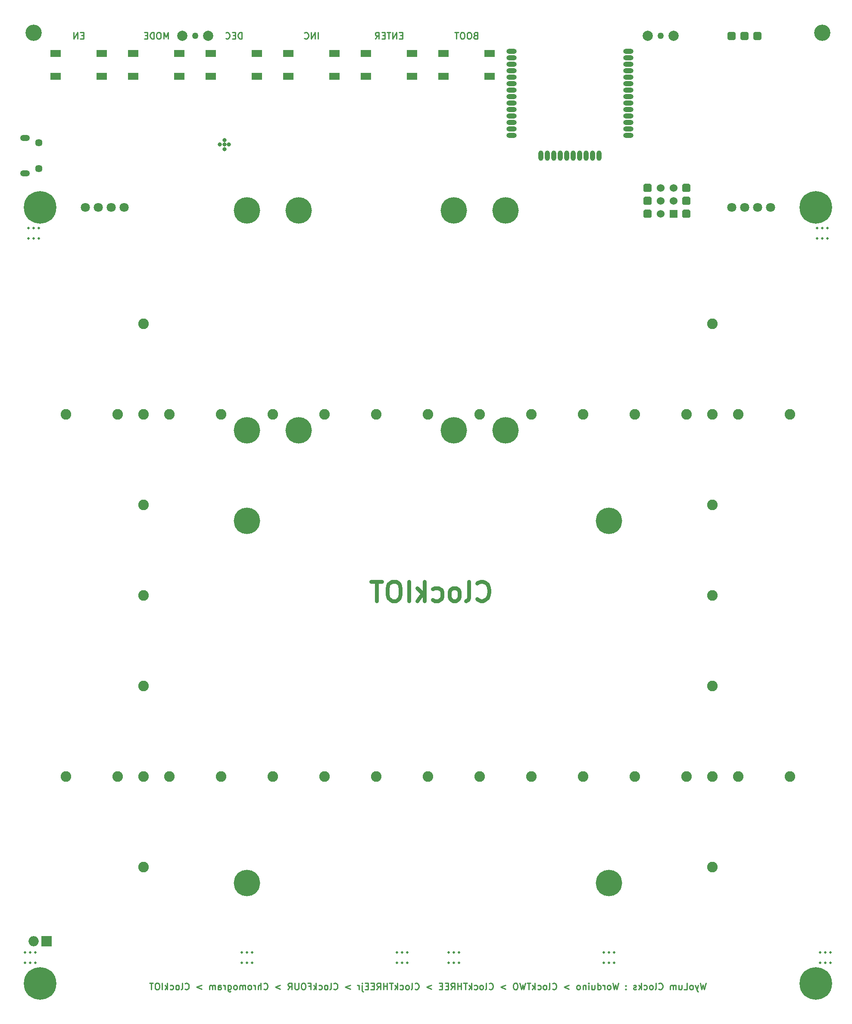
<source format=gbs>
G04 #@! TF.GenerationSoftware,KiCad,Pcbnew,5.0.0-rc2-unknown-0e3be57~65~ubuntu18.04.1*
G04 #@! TF.CreationDate,2018-06-11T16:57:48+05:30*
G04 #@! TF.ProjectId,ClockIOT,436C6F636B494F542E6B696361645F70,rev 1*
G04 #@! TF.SameCoordinates,PX2fd7508PY2fd7508*
G04 #@! TF.FileFunction,Soldermask,Bot*
G04 #@! TF.FilePolarity,Negative*
%FSLAX46Y46*%
G04 Gerber Fmt 4.6, Leading zero omitted, Abs format (unit mm)*
G04 Created by KiCad (PCBNEW 5.0.0-rc2-unknown-0e3be57~65~ubuntu18.04.1) date Mon Jun 11 16:57:48 2018*
%MOMM*%
%LPD*%
G01*
G04 APERTURE LIST*
%ADD10C,0.254000*%
%ADD11C,0.762000*%
%ADD12O,1.900000X1.200000*%
%ADD13C,1.450000*%
%ADD14C,5.200000*%
%ADD15C,6.400000*%
%ADD16C,0.800000*%
%ADD17O,2.000000X1.000000*%
%ADD18O,1.000000X2.000000*%
%ADD19C,2.082800*%
%ADD20O,2.000000X2.000000*%
%ADD21R,2.000000X2.000000*%
%ADD22C,0.508000*%
%ADD23C,1.800000*%
%ADD24C,1.524000*%
%ADD25R,1.524000X1.524000*%
%ADD26C,0.127000*%
%ADD27C,1.600000*%
%ADD28C,1.270000*%
%ADD29C,2.000000*%
%ADD30R,2.100000X1.400000*%
%ADD31C,3.200000*%
G04 APERTURE END LIST*
D10*
X135889999Y-189804523D02*
X135587619Y-191074523D01*
X135345714Y-190167380D01*
X135103809Y-191074523D01*
X134801428Y-189804523D01*
X134438571Y-190227857D02*
X134136190Y-191074523D01*
X133833809Y-190227857D02*
X134136190Y-191074523D01*
X134257142Y-191376904D01*
X134317619Y-191437380D01*
X134438571Y-191497857D01*
X133168571Y-191074523D02*
X133289523Y-191014047D01*
X133349999Y-190953571D01*
X133410476Y-190832619D01*
X133410476Y-190469761D01*
X133349999Y-190348809D01*
X133289523Y-190288333D01*
X133168571Y-190227857D01*
X132987142Y-190227857D01*
X132866190Y-190288333D01*
X132805714Y-190348809D01*
X132745238Y-190469761D01*
X132745238Y-190832619D01*
X132805714Y-190953571D01*
X132866190Y-191014047D01*
X132987142Y-191074523D01*
X133168571Y-191074523D01*
X131596190Y-191074523D02*
X132200952Y-191074523D01*
X132200952Y-189804523D01*
X130628571Y-190227857D02*
X130628571Y-191074523D01*
X131172857Y-190227857D02*
X131172857Y-190893095D01*
X131112380Y-191014047D01*
X130991428Y-191074523D01*
X130809999Y-191074523D01*
X130689047Y-191014047D01*
X130628571Y-190953571D01*
X130023809Y-191074523D02*
X130023809Y-190227857D01*
X130023809Y-190348809D02*
X129963333Y-190288333D01*
X129842380Y-190227857D01*
X129660952Y-190227857D01*
X129539999Y-190288333D01*
X129479523Y-190409285D01*
X129479523Y-191074523D01*
X129479523Y-190409285D02*
X129419047Y-190288333D01*
X129298095Y-190227857D01*
X129116666Y-190227857D01*
X128995714Y-190288333D01*
X128935238Y-190409285D01*
X128935238Y-191074523D01*
X126637142Y-190953571D02*
X126697619Y-191014047D01*
X126879047Y-191074523D01*
X127000000Y-191074523D01*
X127181428Y-191014047D01*
X127302380Y-190893095D01*
X127362857Y-190772142D01*
X127423333Y-190530238D01*
X127423333Y-190348809D01*
X127362857Y-190106904D01*
X127302380Y-189985952D01*
X127181428Y-189865000D01*
X127000000Y-189804523D01*
X126879047Y-189804523D01*
X126697619Y-189865000D01*
X126637142Y-189925476D01*
X125911428Y-191074523D02*
X126032380Y-191014047D01*
X126092857Y-190893095D01*
X126092857Y-189804523D01*
X125246190Y-191074523D02*
X125367142Y-191014047D01*
X125427619Y-190953571D01*
X125488095Y-190832619D01*
X125488095Y-190469761D01*
X125427619Y-190348809D01*
X125367142Y-190288333D01*
X125246190Y-190227857D01*
X125064761Y-190227857D01*
X124943809Y-190288333D01*
X124883333Y-190348809D01*
X124822857Y-190469761D01*
X124822857Y-190832619D01*
X124883333Y-190953571D01*
X124943809Y-191014047D01*
X125064761Y-191074523D01*
X125246190Y-191074523D01*
X123734285Y-191014047D02*
X123855238Y-191074523D01*
X124097142Y-191074523D01*
X124218095Y-191014047D01*
X124278571Y-190953571D01*
X124339047Y-190832619D01*
X124339047Y-190469761D01*
X124278571Y-190348809D01*
X124218095Y-190288333D01*
X124097142Y-190227857D01*
X123855238Y-190227857D01*
X123734285Y-190288333D01*
X123190000Y-191074523D02*
X123190000Y-189804523D01*
X123069047Y-190590714D02*
X122706190Y-191074523D01*
X122706190Y-190227857D02*
X123190000Y-190711666D01*
X122222380Y-191014047D02*
X122101428Y-191074523D01*
X121859523Y-191074523D01*
X121738571Y-191014047D01*
X121678095Y-190893095D01*
X121678095Y-190832619D01*
X121738571Y-190711666D01*
X121859523Y-190651190D01*
X122040952Y-190651190D01*
X122161904Y-190590714D01*
X122222380Y-190469761D01*
X122222380Y-190409285D01*
X122161904Y-190288333D01*
X122040952Y-190227857D01*
X121859523Y-190227857D01*
X121738571Y-190288333D01*
X120166190Y-190953571D02*
X120105714Y-191014047D01*
X120166190Y-191074523D01*
X120226666Y-191014047D01*
X120166190Y-190953571D01*
X120166190Y-191074523D01*
X120166190Y-190288333D02*
X120105714Y-190348809D01*
X120166190Y-190409285D01*
X120226666Y-190348809D01*
X120166190Y-190288333D01*
X120166190Y-190409285D01*
X118714761Y-189804523D02*
X118412380Y-191074523D01*
X118170476Y-190167380D01*
X117928571Y-191074523D01*
X117626190Y-189804523D01*
X116960952Y-191074523D02*
X117081904Y-191014047D01*
X117142380Y-190953571D01*
X117202857Y-190832619D01*
X117202857Y-190469761D01*
X117142380Y-190348809D01*
X117081904Y-190288333D01*
X116960952Y-190227857D01*
X116779523Y-190227857D01*
X116658571Y-190288333D01*
X116598095Y-190348809D01*
X116537619Y-190469761D01*
X116537619Y-190832619D01*
X116598095Y-190953571D01*
X116658571Y-191014047D01*
X116779523Y-191074523D01*
X116960952Y-191074523D01*
X115993333Y-191074523D02*
X115993333Y-190227857D01*
X115993333Y-190469761D02*
X115932857Y-190348809D01*
X115872380Y-190288333D01*
X115751428Y-190227857D01*
X115630476Y-190227857D01*
X114662857Y-191074523D02*
X114662857Y-189804523D01*
X114662857Y-191014047D02*
X114783809Y-191074523D01*
X115025714Y-191074523D01*
X115146666Y-191014047D01*
X115207142Y-190953571D01*
X115267619Y-190832619D01*
X115267619Y-190469761D01*
X115207142Y-190348809D01*
X115146666Y-190288333D01*
X115025714Y-190227857D01*
X114783809Y-190227857D01*
X114662857Y-190288333D01*
X113513809Y-190227857D02*
X113513809Y-191074523D01*
X114058095Y-190227857D02*
X114058095Y-190893095D01*
X113997619Y-191014047D01*
X113876666Y-191074523D01*
X113695238Y-191074523D01*
X113574285Y-191014047D01*
X113513809Y-190953571D01*
X112909047Y-191074523D02*
X112909047Y-190227857D01*
X112909047Y-189804523D02*
X112969523Y-189865000D01*
X112909047Y-189925476D01*
X112848571Y-189865000D01*
X112909047Y-189804523D01*
X112909047Y-189925476D01*
X112304285Y-190227857D02*
X112304285Y-191074523D01*
X112304285Y-190348809D02*
X112243809Y-190288333D01*
X112122857Y-190227857D01*
X111941428Y-190227857D01*
X111820476Y-190288333D01*
X111760000Y-190409285D01*
X111760000Y-191074523D01*
X110973809Y-191074523D02*
X111094761Y-191014047D01*
X111155238Y-190953571D01*
X111215714Y-190832619D01*
X111215714Y-190469761D01*
X111155238Y-190348809D01*
X111094761Y-190288333D01*
X110973809Y-190227857D01*
X110792380Y-190227857D01*
X110671428Y-190288333D01*
X110610952Y-190348809D01*
X110550476Y-190469761D01*
X110550476Y-190832619D01*
X110610952Y-190953571D01*
X110671428Y-191014047D01*
X110792380Y-191074523D01*
X110973809Y-191074523D01*
X109038571Y-190227857D02*
X108070952Y-190590714D01*
X109038571Y-190953571D01*
X105772857Y-190953571D02*
X105833333Y-191014047D01*
X106014761Y-191074523D01*
X106135714Y-191074523D01*
X106317142Y-191014047D01*
X106438095Y-190893095D01*
X106498571Y-190772142D01*
X106559047Y-190530238D01*
X106559047Y-190348809D01*
X106498571Y-190106904D01*
X106438095Y-189985952D01*
X106317142Y-189865000D01*
X106135714Y-189804523D01*
X106014761Y-189804523D01*
X105833333Y-189865000D01*
X105772857Y-189925476D01*
X105047142Y-191074523D02*
X105168095Y-191014047D01*
X105228571Y-190893095D01*
X105228571Y-189804523D01*
X104381904Y-191074523D02*
X104502857Y-191014047D01*
X104563333Y-190953571D01*
X104623809Y-190832619D01*
X104623809Y-190469761D01*
X104563333Y-190348809D01*
X104502857Y-190288333D01*
X104381904Y-190227857D01*
X104200476Y-190227857D01*
X104079523Y-190288333D01*
X104019047Y-190348809D01*
X103958571Y-190469761D01*
X103958571Y-190832619D01*
X104019047Y-190953571D01*
X104079523Y-191014047D01*
X104200476Y-191074523D01*
X104381904Y-191074523D01*
X102870000Y-191014047D02*
X102990952Y-191074523D01*
X103232857Y-191074523D01*
X103353809Y-191014047D01*
X103414285Y-190953571D01*
X103474761Y-190832619D01*
X103474761Y-190469761D01*
X103414285Y-190348809D01*
X103353809Y-190288333D01*
X103232857Y-190227857D01*
X102990952Y-190227857D01*
X102870000Y-190288333D01*
X102325714Y-191074523D02*
X102325714Y-189804523D01*
X102204761Y-190590714D02*
X101841904Y-191074523D01*
X101841904Y-190227857D02*
X102325714Y-190711666D01*
X101479047Y-189804523D02*
X100753333Y-189804523D01*
X101116190Y-191074523D02*
X101116190Y-189804523D01*
X100450952Y-189804523D02*
X100148571Y-191074523D01*
X99906666Y-190167380D01*
X99664761Y-191074523D01*
X99362380Y-189804523D01*
X98636666Y-189804523D02*
X98394761Y-189804523D01*
X98273809Y-189865000D01*
X98152857Y-189985952D01*
X98092380Y-190227857D01*
X98092380Y-190651190D01*
X98152857Y-190893095D01*
X98273809Y-191014047D01*
X98394761Y-191074523D01*
X98636666Y-191074523D01*
X98757619Y-191014047D01*
X98878571Y-190893095D01*
X98939047Y-190651190D01*
X98939047Y-190227857D01*
X98878571Y-189985952D01*
X98757619Y-189865000D01*
X98636666Y-189804523D01*
X96580476Y-190227857D02*
X95612857Y-190590714D01*
X96580476Y-190953571D01*
X93314761Y-190953571D02*
X93375238Y-191014047D01*
X93556666Y-191074523D01*
X93677619Y-191074523D01*
X93859047Y-191014047D01*
X93980000Y-190893095D01*
X94040476Y-190772142D01*
X94100952Y-190530238D01*
X94100952Y-190348809D01*
X94040476Y-190106904D01*
X93980000Y-189985952D01*
X93859047Y-189865000D01*
X93677619Y-189804523D01*
X93556666Y-189804523D01*
X93375238Y-189865000D01*
X93314761Y-189925476D01*
X92589047Y-191074523D02*
X92710000Y-191014047D01*
X92770476Y-190893095D01*
X92770476Y-189804523D01*
X91923809Y-191074523D02*
X92044761Y-191014047D01*
X92105238Y-190953571D01*
X92165714Y-190832619D01*
X92165714Y-190469761D01*
X92105238Y-190348809D01*
X92044761Y-190288333D01*
X91923809Y-190227857D01*
X91742380Y-190227857D01*
X91621428Y-190288333D01*
X91560952Y-190348809D01*
X91500476Y-190469761D01*
X91500476Y-190832619D01*
X91560952Y-190953571D01*
X91621428Y-191014047D01*
X91742380Y-191074523D01*
X91923809Y-191074523D01*
X90411904Y-191014047D02*
X90532857Y-191074523D01*
X90774761Y-191074523D01*
X90895714Y-191014047D01*
X90956190Y-190953571D01*
X91016666Y-190832619D01*
X91016666Y-190469761D01*
X90956190Y-190348809D01*
X90895714Y-190288333D01*
X90774761Y-190227857D01*
X90532857Y-190227857D01*
X90411904Y-190288333D01*
X89867619Y-191074523D02*
X89867619Y-189804523D01*
X89746666Y-190590714D02*
X89383809Y-191074523D01*
X89383809Y-190227857D02*
X89867619Y-190711666D01*
X89020952Y-189804523D02*
X88295238Y-189804523D01*
X88658095Y-191074523D02*
X88658095Y-189804523D01*
X87871904Y-191074523D02*
X87871904Y-189804523D01*
X87871904Y-190409285D02*
X87146190Y-190409285D01*
X87146190Y-191074523D02*
X87146190Y-189804523D01*
X85815714Y-191074523D02*
X86239047Y-190469761D01*
X86541428Y-191074523D02*
X86541428Y-189804523D01*
X86057619Y-189804523D01*
X85936666Y-189865000D01*
X85876190Y-189925476D01*
X85815714Y-190046428D01*
X85815714Y-190227857D01*
X85876190Y-190348809D01*
X85936666Y-190409285D01*
X86057619Y-190469761D01*
X86541428Y-190469761D01*
X85271428Y-190409285D02*
X84848095Y-190409285D01*
X84666666Y-191074523D02*
X85271428Y-191074523D01*
X85271428Y-189804523D01*
X84666666Y-189804523D01*
X84122380Y-190409285D02*
X83699047Y-190409285D01*
X83517619Y-191074523D02*
X84122380Y-191074523D01*
X84122380Y-189804523D01*
X83517619Y-189804523D01*
X82005714Y-190227857D02*
X81038095Y-190590714D01*
X82005714Y-190953571D01*
X78740000Y-190953571D02*
X78800476Y-191014047D01*
X78981904Y-191074523D01*
X79102857Y-191074523D01*
X79284285Y-191014047D01*
X79405238Y-190893095D01*
X79465714Y-190772142D01*
X79526190Y-190530238D01*
X79526190Y-190348809D01*
X79465714Y-190106904D01*
X79405238Y-189985952D01*
X79284285Y-189865000D01*
X79102857Y-189804523D01*
X78981904Y-189804523D01*
X78800476Y-189865000D01*
X78740000Y-189925476D01*
X78014285Y-191074523D02*
X78135238Y-191014047D01*
X78195714Y-190893095D01*
X78195714Y-189804523D01*
X77349047Y-191074523D02*
X77470000Y-191014047D01*
X77530476Y-190953571D01*
X77590952Y-190832619D01*
X77590952Y-190469761D01*
X77530476Y-190348809D01*
X77470000Y-190288333D01*
X77349047Y-190227857D01*
X77167619Y-190227857D01*
X77046666Y-190288333D01*
X76986190Y-190348809D01*
X76925714Y-190469761D01*
X76925714Y-190832619D01*
X76986190Y-190953571D01*
X77046666Y-191014047D01*
X77167619Y-191074523D01*
X77349047Y-191074523D01*
X75837142Y-191014047D02*
X75958095Y-191074523D01*
X76200000Y-191074523D01*
X76320952Y-191014047D01*
X76381428Y-190953571D01*
X76441904Y-190832619D01*
X76441904Y-190469761D01*
X76381428Y-190348809D01*
X76320952Y-190288333D01*
X76200000Y-190227857D01*
X75958095Y-190227857D01*
X75837142Y-190288333D01*
X75292857Y-191074523D02*
X75292857Y-189804523D01*
X75171904Y-190590714D02*
X74809047Y-191074523D01*
X74809047Y-190227857D02*
X75292857Y-190711666D01*
X74446190Y-189804523D02*
X73720476Y-189804523D01*
X74083333Y-191074523D02*
X74083333Y-189804523D01*
X73297142Y-191074523D02*
X73297142Y-189804523D01*
X73297142Y-190409285D02*
X72571428Y-190409285D01*
X72571428Y-191074523D02*
X72571428Y-189804523D01*
X71240952Y-191074523D02*
X71664285Y-190469761D01*
X71966666Y-191074523D02*
X71966666Y-189804523D01*
X71482857Y-189804523D01*
X71361904Y-189865000D01*
X71301428Y-189925476D01*
X71240952Y-190046428D01*
X71240952Y-190227857D01*
X71301428Y-190348809D01*
X71361904Y-190409285D01*
X71482857Y-190469761D01*
X71966666Y-190469761D01*
X70696666Y-190409285D02*
X70273333Y-190409285D01*
X70091904Y-191074523D02*
X70696666Y-191074523D01*
X70696666Y-189804523D01*
X70091904Y-189804523D01*
X69547619Y-190409285D02*
X69124285Y-190409285D01*
X68942857Y-191074523D02*
X69547619Y-191074523D01*
X69547619Y-189804523D01*
X68942857Y-189804523D01*
X68398571Y-190227857D02*
X68398571Y-191316428D01*
X68459047Y-191437380D01*
X68580000Y-191497857D01*
X68640476Y-191497857D01*
X68398571Y-189804523D02*
X68459047Y-189865000D01*
X68398571Y-189925476D01*
X68338095Y-189865000D01*
X68398571Y-189804523D01*
X68398571Y-189925476D01*
X67793809Y-191074523D02*
X67793809Y-190227857D01*
X67793809Y-190469761D02*
X67733333Y-190348809D01*
X67672857Y-190288333D01*
X67551904Y-190227857D01*
X67430952Y-190227857D01*
X66040000Y-190227857D02*
X65072380Y-190590714D01*
X66040000Y-190953571D01*
X62774285Y-190953571D02*
X62834761Y-191014047D01*
X63016190Y-191074523D01*
X63137142Y-191074523D01*
X63318571Y-191014047D01*
X63439523Y-190893095D01*
X63500000Y-190772142D01*
X63560476Y-190530238D01*
X63560476Y-190348809D01*
X63500000Y-190106904D01*
X63439523Y-189985952D01*
X63318571Y-189865000D01*
X63137142Y-189804523D01*
X63016190Y-189804523D01*
X62834761Y-189865000D01*
X62774285Y-189925476D01*
X62048571Y-191074523D02*
X62169523Y-191014047D01*
X62230000Y-190893095D01*
X62230000Y-189804523D01*
X61383333Y-191074523D02*
X61504285Y-191014047D01*
X61564761Y-190953571D01*
X61625238Y-190832619D01*
X61625238Y-190469761D01*
X61564761Y-190348809D01*
X61504285Y-190288333D01*
X61383333Y-190227857D01*
X61201904Y-190227857D01*
X61080952Y-190288333D01*
X61020476Y-190348809D01*
X60960000Y-190469761D01*
X60960000Y-190832619D01*
X61020476Y-190953571D01*
X61080952Y-191014047D01*
X61201904Y-191074523D01*
X61383333Y-191074523D01*
X59871428Y-191014047D02*
X59992380Y-191074523D01*
X60234285Y-191074523D01*
X60355238Y-191014047D01*
X60415714Y-190953571D01*
X60476190Y-190832619D01*
X60476190Y-190469761D01*
X60415714Y-190348809D01*
X60355238Y-190288333D01*
X60234285Y-190227857D01*
X59992380Y-190227857D01*
X59871428Y-190288333D01*
X59327142Y-191074523D02*
X59327142Y-189804523D01*
X59206190Y-190590714D02*
X58843333Y-191074523D01*
X58843333Y-190227857D02*
X59327142Y-190711666D01*
X57875714Y-190409285D02*
X58299047Y-190409285D01*
X58299047Y-191074523D02*
X58299047Y-189804523D01*
X57694285Y-189804523D01*
X56968571Y-189804523D02*
X56726666Y-189804523D01*
X56605714Y-189865000D01*
X56484761Y-189985952D01*
X56424285Y-190227857D01*
X56424285Y-190651190D01*
X56484761Y-190893095D01*
X56605714Y-191014047D01*
X56726666Y-191074523D01*
X56968571Y-191074523D01*
X57089523Y-191014047D01*
X57210476Y-190893095D01*
X57270952Y-190651190D01*
X57270952Y-190227857D01*
X57210476Y-189985952D01*
X57089523Y-189865000D01*
X56968571Y-189804523D01*
X55880000Y-189804523D02*
X55880000Y-190832619D01*
X55819523Y-190953571D01*
X55759047Y-191014047D01*
X55638095Y-191074523D01*
X55396190Y-191074523D01*
X55275238Y-191014047D01*
X55214761Y-190953571D01*
X55154285Y-190832619D01*
X55154285Y-189804523D01*
X53823809Y-191074523D02*
X54247142Y-190469761D01*
X54549523Y-191074523D02*
X54549523Y-189804523D01*
X54065714Y-189804523D01*
X53944761Y-189865000D01*
X53884285Y-189925476D01*
X53823809Y-190046428D01*
X53823809Y-190227857D01*
X53884285Y-190348809D01*
X53944761Y-190409285D01*
X54065714Y-190469761D01*
X54549523Y-190469761D01*
X52311904Y-190227857D02*
X51344285Y-190590714D01*
X52311904Y-190953571D01*
X49046190Y-190953571D02*
X49106666Y-191014047D01*
X49288095Y-191074523D01*
X49409047Y-191074523D01*
X49590476Y-191014047D01*
X49711428Y-190893095D01*
X49771904Y-190772142D01*
X49832380Y-190530238D01*
X49832380Y-190348809D01*
X49771904Y-190106904D01*
X49711428Y-189985952D01*
X49590476Y-189865000D01*
X49409047Y-189804523D01*
X49288095Y-189804523D01*
X49106666Y-189865000D01*
X49046190Y-189925476D01*
X48501904Y-191074523D02*
X48501904Y-189804523D01*
X47957619Y-191074523D02*
X47957619Y-190409285D01*
X48018095Y-190288333D01*
X48139047Y-190227857D01*
X48320476Y-190227857D01*
X48441428Y-190288333D01*
X48501904Y-190348809D01*
X47352857Y-191074523D02*
X47352857Y-190227857D01*
X47352857Y-190469761D02*
X47292380Y-190348809D01*
X47231904Y-190288333D01*
X47110952Y-190227857D01*
X46990000Y-190227857D01*
X46385238Y-191074523D02*
X46506190Y-191014047D01*
X46566666Y-190953571D01*
X46627142Y-190832619D01*
X46627142Y-190469761D01*
X46566666Y-190348809D01*
X46506190Y-190288333D01*
X46385238Y-190227857D01*
X46203809Y-190227857D01*
X46082857Y-190288333D01*
X46022380Y-190348809D01*
X45961904Y-190469761D01*
X45961904Y-190832619D01*
X46022380Y-190953571D01*
X46082857Y-191014047D01*
X46203809Y-191074523D01*
X46385238Y-191074523D01*
X45417619Y-191074523D02*
X45417619Y-190227857D01*
X45417619Y-190348809D02*
X45357142Y-190288333D01*
X45236190Y-190227857D01*
X45054761Y-190227857D01*
X44933809Y-190288333D01*
X44873333Y-190409285D01*
X44873333Y-191074523D01*
X44873333Y-190409285D02*
X44812857Y-190288333D01*
X44691904Y-190227857D01*
X44510476Y-190227857D01*
X44389523Y-190288333D01*
X44329047Y-190409285D01*
X44329047Y-191074523D01*
X43542857Y-191074523D02*
X43663809Y-191014047D01*
X43724285Y-190953571D01*
X43784761Y-190832619D01*
X43784761Y-190469761D01*
X43724285Y-190348809D01*
X43663809Y-190288333D01*
X43542857Y-190227857D01*
X43361428Y-190227857D01*
X43240476Y-190288333D01*
X43180000Y-190348809D01*
X43119523Y-190469761D01*
X43119523Y-190832619D01*
X43180000Y-190953571D01*
X43240476Y-191014047D01*
X43361428Y-191074523D01*
X43542857Y-191074523D01*
X42030952Y-190227857D02*
X42030952Y-191255952D01*
X42091428Y-191376904D01*
X42151904Y-191437380D01*
X42272857Y-191497857D01*
X42454285Y-191497857D01*
X42575238Y-191437380D01*
X42030952Y-191014047D02*
X42151904Y-191074523D01*
X42393809Y-191074523D01*
X42514761Y-191014047D01*
X42575238Y-190953571D01*
X42635714Y-190832619D01*
X42635714Y-190469761D01*
X42575238Y-190348809D01*
X42514761Y-190288333D01*
X42393809Y-190227857D01*
X42151904Y-190227857D01*
X42030952Y-190288333D01*
X41426190Y-191074523D02*
X41426190Y-190227857D01*
X41426190Y-190469761D02*
X41365714Y-190348809D01*
X41305238Y-190288333D01*
X41184285Y-190227857D01*
X41063333Y-190227857D01*
X40095714Y-191074523D02*
X40095714Y-190409285D01*
X40156190Y-190288333D01*
X40277142Y-190227857D01*
X40519047Y-190227857D01*
X40640000Y-190288333D01*
X40095714Y-191014047D02*
X40216666Y-191074523D01*
X40519047Y-191074523D01*
X40640000Y-191014047D01*
X40700476Y-190893095D01*
X40700476Y-190772142D01*
X40640000Y-190651190D01*
X40519047Y-190590714D01*
X40216666Y-190590714D01*
X40095714Y-190530238D01*
X39490952Y-191074523D02*
X39490952Y-190227857D01*
X39490952Y-190348809D02*
X39430476Y-190288333D01*
X39309523Y-190227857D01*
X39128095Y-190227857D01*
X39007142Y-190288333D01*
X38946666Y-190409285D01*
X38946666Y-191074523D01*
X38946666Y-190409285D02*
X38886190Y-190288333D01*
X38765238Y-190227857D01*
X38583809Y-190227857D01*
X38462857Y-190288333D01*
X38402380Y-190409285D01*
X38402380Y-191074523D01*
X36830000Y-190227857D02*
X35862380Y-190590714D01*
X36830000Y-190953571D01*
X33564285Y-190953571D02*
X33624761Y-191014047D01*
X33806190Y-191074523D01*
X33927142Y-191074523D01*
X34108571Y-191014047D01*
X34229523Y-190893095D01*
X34290000Y-190772142D01*
X34350476Y-190530238D01*
X34350476Y-190348809D01*
X34290000Y-190106904D01*
X34229523Y-189985952D01*
X34108571Y-189865000D01*
X33927142Y-189804523D01*
X33806190Y-189804523D01*
X33624761Y-189865000D01*
X33564285Y-189925476D01*
X32838571Y-191074523D02*
X32959523Y-191014047D01*
X33020000Y-190893095D01*
X33020000Y-189804523D01*
X32173333Y-191074523D02*
X32294285Y-191014047D01*
X32354761Y-190953571D01*
X32415238Y-190832619D01*
X32415238Y-190469761D01*
X32354761Y-190348809D01*
X32294285Y-190288333D01*
X32173333Y-190227857D01*
X31991904Y-190227857D01*
X31870952Y-190288333D01*
X31810476Y-190348809D01*
X31750000Y-190469761D01*
X31750000Y-190832619D01*
X31810476Y-190953571D01*
X31870952Y-191014047D01*
X31991904Y-191074523D01*
X32173333Y-191074523D01*
X30661428Y-191014047D02*
X30782380Y-191074523D01*
X31024285Y-191074523D01*
X31145238Y-191014047D01*
X31205714Y-190953571D01*
X31266190Y-190832619D01*
X31266190Y-190469761D01*
X31205714Y-190348809D01*
X31145238Y-190288333D01*
X31024285Y-190227857D01*
X30782380Y-190227857D01*
X30661428Y-190288333D01*
X30117142Y-191074523D02*
X30117142Y-189804523D01*
X29996190Y-190590714D02*
X29633333Y-191074523D01*
X29633333Y-190227857D02*
X30117142Y-190711666D01*
X29089047Y-191074523D02*
X29089047Y-189804523D01*
X28242380Y-189804523D02*
X28000476Y-189804523D01*
X27879523Y-189865000D01*
X27758571Y-189985952D01*
X27698095Y-190227857D01*
X27698095Y-190651190D01*
X27758571Y-190893095D01*
X27879523Y-191014047D01*
X28000476Y-191074523D01*
X28242380Y-191074523D01*
X28363333Y-191014047D01*
X28484285Y-190893095D01*
X28544761Y-190651190D01*
X28544761Y-190227857D01*
X28484285Y-189985952D01*
X28363333Y-189865000D01*
X28242380Y-189804523D01*
X27335238Y-189804523D02*
X26609523Y-189804523D01*
X26972380Y-191074523D02*
X26972380Y-189804523D01*
D11*
X90986428Y-114390714D02*
X91167857Y-114572142D01*
X91712142Y-114753571D01*
X92075000Y-114753571D01*
X92619285Y-114572142D01*
X92982142Y-114209285D01*
X93163571Y-113846428D01*
X93345000Y-113120714D01*
X93345000Y-112576428D01*
X93163571Y-111850714D01*
X92982142Y-111487857D01*
X92619285Y-111125000D01*
X92075000Y-110943571D01*
X91712142Y-110943571D01*
X91167857Y-111125000D01*
X90986428Y-111306428D01*
X88809285Y-114753571D02*
X89172142Y-114572142D01*
X89353571Y-114209285D01*
X89353571Y-110943571D01*
X86813571Y-114753571D02*
X87176428Y-114572142D01*
X87357857Y-114390714D01*
X87539285Y-114027857D01*
X87539285Y-112939285D01*
X87357857Y-112576428D01*
X87176428Y-112395000D01*
X86813571Y-112213571D01*
X86269285Y-112213571D01*
X85906428Y-112395000D01*
X85725000Y-112576428D01*
X85543571Y-112939285D01*
X85543571Y-114027857D01*
X85725000Y-114390714D01*
X85906428Y-114572142D01*
X86269285Y-114753571D01*
X86813571Y-114753571D01*
X82277857Y-114572142D02*
X82640714Y-114753571D01*
X83366428Y-114753571D01*
X83729285Y-114572142D01*
X83910714Y-114390714D01*
X84092142Y-114027857D01*
X84092142Y-112939285D01*
X83910714Y-112576428D01*
X83729285Y-112395000D01*
X83366428Y-112213571D01*
X82640714Y-112213571D01*
X82277857Y-112395000D01*
X80645000Y-114753571D02*
X80645000Y-110943571D01*
X80282142Y-113302142D02*
X79193571Y-114753571D01*
X79193571Y-112213571D02*
X80645000Y-113665000D01*
X77560714Y-114753571D02*
X77560714Y-110943571D01*
X75020714Y-110943571D02*
X74295000Y-110943571D01*
X73932142Y-111125000D01*
X73569285Y-111487857D01*
X73387857Y-112213571D01*
X73387857Y-113483571D01*
X73569285Y-114209285D01*
X73932142Y-114572142D01*
X74295000Y-114753571D01*
X75020714Y-114753571D01*
X75383571Y-114572142D01*
X75746428Y-114209285D01*
X75927857Y-113483571D01*
X75927857Y-112213571D01*
X75746428Y-111487857D01*
X75383571Y-111125000D01*
X75020714Y-110943571D01*
X72299285Y-110943571D02*
X70122142Y-110943571D01*
X71210714Y-114753571D02*
X71210714Y-110943571D01*
D10*
X90623571Y-3719285D02*
X90442142Y-3779761D01*
X90381666Y-3840238D01*
X90321190Y-3961190D01*
X90321190Y-4142619D01*
X90381666Y-4263571D01*
X90442142Y-4324047D01*
X90563095Y-4384523D01*
X91046904Y-4384523D01*
X91046904Y-3114523D01*
X90623571Y-3114523D01*
X90502619Y-3175000D01*
X90442142Y-3235476D01*
X90381666Y-3356428D01*
X90381666Y-3477380D01*
X90442142Y-3598333D01*
X90502619Y-3658809D01*
X90623571Y-3719285D01*
X91046904Y-3719285D01*
X89535000Y-3114523D02*
X89293095Y-3114523D01*
X89172142Y-3175000D01*
X89051190Y-3295952D01*
X88990714Y-3537857D01*
X88990714Y-3961190D01*
X89051190Y-4203095D01*
X89172142Y-4324047D01*
X89293095Y-4384523D01*
X89535000Y-4384523D01*
X89655952Y-4324047D01*
X89776904Y-4203095D01*
X89837380Y-3961190D01*
X89837380Y-3537857D01*
X89776904Y-3295952D01*
X89655952Y-3175000D01*
X89535000Y-3114523D01*
X88204523Y-3114523D02*
X87962619Y-3114523D01*
X87841666Y-3175000D01*
X87720714Y-3295952D01*
X87660238Y-3537857D01*
X87660238Y-3961190D01*
X87720714Y-4203095D01*
X87841666Y-4324047D01*
X87962619Y-4384523D01*
X88204523Y-4384523D01*
X88325476Y-4324047D01*
X88446428Y-4203095D01*
X88506904Y-3961190D01*
X88506904Y-3537857D01*
X88446428Y-3295952D01*
X88325476Y-3175000D01*
X88204523Y-3114523D01*
X87297380Y-3114523D02*
X86571666Y-3114523D01*
X86934523Y-4384523D02*
X86934523Y-3114523D01*
X76290714Y-3719285D02*
X75867380Y-3719285D01*
X75685952Y-4384523D02*
X76290714Y-4384523D01*
X76290714Y-3114523D01*
X75685952Y-3114523D01*
X75141666Y-4384523D02*
X75141666Y-3114523D01*
X74415952Y-4384523D01*
X74415952Y-3114523D01*
X73992619Y-3114523D02*
X73266904Y-3114523D01*
X73629761Y-4384523D02*
X73629761Y-3114523D01*
X72843571Y-3719285D02*
X72420238Y-3719285D01*
X72238809Y-4384523D02*
X72843571Y-4384523D01*
X72843571Y-3114523D01*
X72238809Y-3114523D01*
X70968809Y-4384523D02*
X71392142Y-3779761D01*
X71694523Y-4384523D02*
X71694523Y-3114523D01*
X71210714Y-3114523D01*
X71089761Y-3175000D01*
X71029285Y-3235476D01*
X70968809Y-3356428D01*
X70968809Y-3537857D01*
X71029285Y-3658809D01*
X71089761Y-3719285D01*
X71210714Y-3779761D01*
X71694523Y-3779761D01*
X59720238Y-4384523D02*
X59720238Y-3114523D01*
X59115476Y-4384523D02*
X59115476Y-3114523D01*
X58389761Y-4384523D01*
X58389761Y-3114523D01*
X57059285Y-4263571D02*
X57119761Y-4324047D01*
X57301190Y-4384523D01*
X57422142Y-4384523D01*
X57603571Y-4324047D01*
X57724523Y-4203095D01*
X57785000Y-4082142D01*
X57845476Y-3840238D01*
X57845476Y-3658809D01*
X57785000Y-3416904D01*
X57724523Y-3295952D01*
X57603571Y-3175000D01*
X57422142Y-3114523D01*
X57301190Y-3114523D01*
X57119761Y-3175000D01*
X57059285Y-3235476D01*
X44722142Y-4384523D02*
X44722142Y-3114523D01*
X44419761Y-3114523D01*
X44238333Y-3175000D01*
X44117380Y-3295952D01*
X44056904Y-3416904D01*
X43996428Y-3658809D01*
X43996428Y-3840238D01*
X44056904Y-4082142D01*
X44117380Y-4203095D01*
X44238333Y-4324047D01*
X44419761Y-4384523D01*
X44722142Y-4384523D01*
X43452142Y-3719285D02*
X43028809Y-3719285D01*
X42847380Y-4384523D02*
X43452142Y-4384523D01*
X43452142Y-3114523D01*
X42847380Y-3114523D01*
X41577380Y-4263571D02*
X41637857Y-4324047D01*
X41819285Y-4384523D01*
X41940238Y-4384523D01*
X42121666Y-4324047D01*
X42242619Y-4203095D01*
X42303095Y-4082142D01*
X42363571Y-3840238D01*
X42363571Y-3658809D01*
X42303095Y-3416904D01*
X42242619Y-3295952D01*
X42121666Y-3175000D01*
X41940238Y-3114523D01*
X41819285Y-3114523D01*
X41637857Y-3175000D01*
X41577380Y-3235476D01*
X30238095Y-4384523D02*
X30238095Y-3114523D01*
X29814761Y-4021666D01*
X29391428Y-3114523D01*
X29391428Y-4384523D01*
X28544761Y-3114523D02*
X28302857Y-3114523D01*
X28181904Y-3175000D01*
X28060952Y-3295952D01*
X28000476Y-3537857D01*
X28000476Y-3961190D01*
X28060952Y-4203095D01*
X28181904Y-4324047D01*
X28302857Y-4384523D01*
X28544761Y-4384523D01*
X28665714Y-4324047D01*
X28786666Y-4203095D01*
X28847142Y-3961190D01*
X28847142Y-3537857D01*
X28786666Y-3295952D01*
X28665714Y-3175000D01*
X28544761Y-3114523D01*
X27456190Y-4384523D02*
X27456190Y-3114523D01*
X27153809Y-3114523D01*
X26972380Y-3175000D01*
X26851428Y-3295952D01*
X26790952Y-3416904D01*
X26730476Y-3658809D01*
X26730476Y-3840238D01*
X26790952Y-4082142D01*
X26851428Y-4203095D01*
X26972380Y-4324047D01*
X27153809Y-4384523D01*
X27456190Y-4384523D01*
X26186190Y-3719285D02*
X25762857Y-3719285D01*
X25581428Y-4384523D02*
X26186190Y-4384523D01*
X26186190Y-3114523D01*
X25581428Y-3114523D01*
X13637380Y-3719285D02*
X13214047Y-3719285D01*
X13032619Y-4384523D02*
X13637380Y-4384523D01*
X13637380Y-3114523D01*
X13032619Y-3114523D01*
X12488333Y-4384523D02*
X12488333Y-3114523D01*
X11762619Y-4384523D01*
X11762619Y-3114523D01*
D12*
G04 #@! TO.C,P1*
X2185000Y-30835000D03*
X2185000Y-23835000D03*
D13*
X4885000Y-29835000D03*
X4885000Y-24835000D03*
G04 #@! TD*
D14*
G04 #@! TO.C,HB54*
X45720000Y-170180000D03*
G04 #@! TD*
G04 #@! TO.C,HB53*
X116840000Y-170180000D03*
G04 #@! TD*
G04 #@! TO.C,HB52*
X116840000Y-99060000D03*
G04 #@! TD*
G04 #@! TO.C,HB51*
X45720000Y-99060000D03*
G04 #@! TD*
D15*
G04 #@! TO.C,HB47*
X5080000Y-37465000D03*
D16*
X7480000Y-37465000D03*
X6777056Y-39162056D03*
X5080000Y-39865000D03*
X3382944Y-39162056D03*
X2680000Y-37465000D03*
X3382944Y-35767944D03*
X5080000Y-35065000D03*
X6777056Y-35767944D03*
G04 #@! TD*
D15*
G04 #@! TO.C,HB48*
X157480000Y-37465000D03*
D16*
X159880000Y-37465000D03*
X159177056Y-39162056D03*
X157480000Y-39865000D03*
X155782944Y-39162056D03*
X155080000Y-37465000D03*
X155782944Y-35767944D03*
X157480000Y-35065000D03*
X159177056Y-35767944D03*
G04 #@! TD*
D15*
G04 #@! TO.C,HB49*
X5080000Y-189865000D03*
D16*
X7480000Y-189865000D03*
X6777056Y-191562056D03*
X5080000Y-192265000D03*
X3382944Y-191562056D03*
X2680000Y-189865000D03*
X3382944Y-188167944D03*
X5080000Y-187465000D03*
X6777056Y-188167944D03*
G04 #@! TD*
D15*
G04 #@! TO.C,HB50*
X157480000Y-189865000D03*
D16*
X159880000Y-189865000D03*
X159177056Y-191562056D03*
X157480000Y-192265000D03*
X155782944Y-191562056D03*
X155080000Y-189865000D03*
X155782944Y-188167944D03*
X157480000Y-187465000D03*
X159177056Y-188167944D03*
G04 #@! TD*
D17*
G04 #@! TO.C,U129*
X97720000Y-6815000D03*
X97720000Y-8085000D03*
X97720000Y-9355000D03*
X97720000Y-10625000D03*
X97720000Y-11895000D03*
X97720000Y-13165000D03*
X97720000Y-14435000D03*
X97720000Y-15705000D03*
X97720000Y-16975000D03*
X97720000Y-18245000D03*
X97720000Y-19515000D03*
X97720000Y-20785000D03*
X97720000Y-22055000D03*
X97720000Y-23325000D03*
X120720000Y-8085000D03*
X120720000Y-16975000D03*
X120720000Y-18245000D03*
X120720000Y-10625000D03*
X120720000Y-6815000D03*
X120720000Y-19515000D03*
X120720000Y-13165000D03*
X120720000Y-23325000D03*
X120720000Y-22055000D03*
X120720000Y-15705000D03*
X120720000Y-14435000D03*
X120720000Y-11895000D03*
X120720000Y-20785000D03*
X120720000Y-9355000D03*
D18*
X103505000Y-27315000D03*
X104775000Y-27315000D03*
X106045000Y-27315000D03*
X107315000Y-27315000D03*
X108585000Y-27315000D03*
X111125000Y-27315000D03*
X112395000Y-27315000D03*
X113665000Y-27315000D03*
X114935000Y-27315000D03*
X109855000Y-27315000D03*
G04 #@! TD*
D19*
G04 #@! TO.C,HB44*
X137160000Y-167005000D03*
G04 #@! TD*
G04 #@! TO.C,HB43*
X137160000Y-149225000D03*
G04 #@! TD*
G04 #@! TO.C,HB42*
X137160000Y-131445000D03*
G04 #@! TD*
G04 #@! TO.C,HB41*
X137160000Y-113665000D03*
G04 #@! TD*
G04 #@! TO.C,HB40*
X137160000Y-95885000D03*
G04 #@! TD*
G04 #@! TO.C,HB39*
X137160000Y-78105000D03*
G04 #@! TD*
G04 #@! TO.C,HB38*
X137160000Y-60325000D03*
G04 #@! TD*
G04 #@! TO.C,HB37*
X25400000Y-167005000D03*
G04 #@! TD*
G04 #@! TO.C,HB36*
X25400000Y-149225000D03*
G04 #@! TD*
G04 #@! TO.C,HB35*
X25400000Y-131445000D03*
G04 #@! TD*
G04 #@! TO.C,HB34*
X25400000Y-113665000D03*
G04 #@! TD*
G04 #@! TO.C,HB33*
X25400000Y-95885000D03*
G04 #@! TD*
G04 #@! TO.C,HB32*
X25400000Y-78105000D03*
G04 #@! TD*
G04 #@! TO.C,HB31*
X25400000Y-60325000D03*
G04 #@! TD*
G04 #@! TO.C,HB30*
X152400000Y-149225000D03*
G04 #@! TD*
G04 #@! TO.C,HB29*
X142240000Y-149225000D03*
G04 #@! TD*
G04 #@! TO.C,HB28*
X132080000Y-149225000D03*
G04 #@! TD*
G04 #@! TO.C,HB27*
X121920000Y-149225000D03*
G04 #@! TD*
G04 #@! TO.C,HB26*
X111760000Y-149225000D03*
G04 #@! TD*
G04 #@! TO.C,HB25*
X101600000Y-149225000D03*
G04 #@! TD*
G04 #@! TO.C,HB24*
X91440000Y-149225000D03*
G04 #@! TD*
G04 #@! TO.C,HB23*
X81280000Y-149225000D03*
G04 #@! TD*
G04 #@! TO.C,HB22*
X71120000Y-149225000D03*
G04 #@! TD*
G04 #@! TO.C,HB21*
X60960000Y-149225000D03*
G04 #@! TD*
G04 #@! TO.C,HB20*
X50800000Y-149225000D03*
G04 #@! TD*
G04 #@! TO.C,HB19*
X40640000Y-149225000D03*
G04 #@! TD*
G04 #@! TO.C,HB18*
X30480000Y-149225000D03*
G04 #@! TD*
G04 #@! TO.C,HB17*
X20320000Y-149225000D03*
G04 #@! TD*
G04 #@! TO.C,HB16*
X10160000Y-149225000D03*
G04 #@! TD*
G04 #@! TO.C,HB15*
X152400000Y-78105000D03*
G04 #@! TD*
G04 #@! TO.C,HB14*
X142240000Y-78105000D03*
G04 #@! TD*
G04 #@! TO.C,HB13*
X132080000Y-78105000D03*
G04 #@! TD*
G04 #@! TO.C,HB12*
X121920000Y-78105000D03*
G04 #@! TD*
G04 #@! TO.C,HB11*
X111760000Y-78105000D03*
G04 #@! TD*
G04 #@! TO.C,HB10*
X101600000Y-78105000D03*
G04 #@! TD*
G04 #@! TO.C,HB9*
X91440000Y-78105000D03*
G04 #@! TD*
G04 #@! TO.C,HB8*
X81280000Y-78105000D03*
G04 #@! TD*
G04 #@! TO.C,HB7*
X71120000Y-78105000D03*
G04 #@! TD*
G04 #@! TO.C,HB6*
X60960000Y-78105000D03*
G04 #@! TD*
G04 #@! TO.C,HB5*
X50800000Y-78105000D03*
G04 #@! TD*
G04 #@! TO.C,HB4*
X40640000Y-78105000D03*
G04 #@! TD*
G04 #@! TO.C,HB3*
X30480000Y-78105000D03*
G04 #@! TD*
G04 #@! TO.C,HB2*
X20320000Y-78105000D03*
G04 #@! TD*
G04 #@! TO.C,HB1*
X10160000Y-78105000D03*
G04 #@! TD*
D20*
G04 #@! TO.C,P2*
X3810000Y-181610000D03*
D21*
X6350000Y-181610000D03*
G04 #@! TD*
D22*
G04 #@! TO.C,BITE1*
X4826000Y-43561000D03*
X2794000Y-43561000D03*
X2794000Y-41529000D03*
X4826000Y-41529000D03*
X3810000Y-43561000D03*
X3810000Y-41529000D03*
G04 #@! TD*
G04 #@! TO.C,BITE2*
X159766000Y-43561000D03*
X157734000Y-43561000D03*
X157734000Y-41529000D03*
X159766000Y-41529000D03*
X158750000Y-43561000D03*
X158750000Y-41529000D03*
G04 #@! TD*
G04 #@! TO.C,BITE3*
X4191000Y-185801000D03*
X2159000Y-185801000D03*
X2159000Y-183769000D03*
X4191000Y-183769000D03*
X3175000Y-185801000D03*
X3175000Y-183769000D03*
G04 #@! TD*
G04 #@! TO.C,BITE4*
X46736000Y-185801000D03*
X44704000Y-185801000D03*
X44704000Y-183769000D03*
X46736000Y-183769000D03*
X45720000Y-185801000D03*
X45720000Y-183769000D03*
G04 #@! TD*
G04 #@! TO.C,BITE5*
X77216000Y-185801000D03*
X75184000Y-185801000D03*
X75184000Y-183769000D03*
X77216000Y-183769000D03*
X76200000Y-185801000D03*
X76200000Y-183769000D03*
G04 #@! TD*
G04 #@! TO.C,BITE6*
X87376000Y-185801000D03*
X85344000Y-185801000D03*
X85344000Y-183769000D03*
X87376000Y-183769000D03*
X86360000Y-185801000D03*
X86360000Y-183769000D03*
G04 #@! TD*
G04 #@! TO.C,BITE7*
X117856000Y-185801000D03*
X115824000Y-185801000D03*
X115824000Y-183769000D03*
X117856000Y-183769000D03*
X116840000Y-185801000D03*
X116840000Y-183769000D03*
G04 #@! TD*
G04 #@! TO.C,BITE8*
X160401000Y-185801000D03*
X158369000Y-185801000D03*
X158369000Y-183769000D03*
X160401000Y-183769000D03*
X159385000Y-185801000D03*
X159385000Y-183769000D03*
G04 #@! TD*
D23*
G04 #@! TO.C,J25*
X21590000Y-37465000D03*
X19050000Y-37465000D03*
X16510000Y-37465000D03*
X13970000Y-37465000D03*
G04 #@! TD*
G04 #@! TO.C,J24*
X140970000Y-37465000D03*
X143510000Y-37465000D03*
X146050000Y-37465000D03*
X148590000Y-37465000D03*
G04 #@! TD*
D24*
G04 #@! TO.C,J20*
X127000000Y-38735000D03*
D25*
X129540000Y-38735000D03*
D24*
X127000000Y-36195000D03*
X129540000Y-36195000D03*
X127000000Y-33655000D03*
X129540000Y-33655000D03*
G04 #@! TD*
D14*
G04 #@! TO.C,J8*
X86360000Y-38100000D03*
G04 #@! TD*
G04 #@! TO.C,J7*
X96520000Y-38100000D03*
G04 #@! TD*
G04 #@! TO.C,J2*
X55880000Y-38100000D03*
G04 #@! TD*
G04 #@! TO.C,J1*
X45720000Y-38100000D03*
G04 #@! TD*
G04 #@! TO.C,J9*
X45720000Y-81280000D03*
G04 #@! TD*
G04 #@! TO.C,J10*
X55880000Y-81280000D03*
G04 #@! TD*
G04 #@! TO.C,J15*
X96520000Y-81280000D03*
G04 #@! TD*
G04 #@! TO.C,J16*
X86360000Y-81280000D03*
G04 #@! TD*
D26*
G04 #@! TO.C,TP1*
G36*
X141409207Y-3011926D02*
X141448036Y-3017686D01*
X141486114Y-3027224D01*
X141523073Y-3040448D01*
X141558559Y-3057231D01*
X141592228Y-3077412D01*
X141623757Y-3100796D01*
X141652843Y-3127157D01*
X141679204Y-3156243D01*
X141702588Y-3187772D01*
X141722769Y-3221441D01*
X141739552Y-3256927D01*
X141752776Y-3293886D01*
X141762314Y-3331964D01*
X141768074Y-3370793D01*
X141770000Y-3410000D01*
X141770000Y-4210000D01*
X141768074Y-4249207D01*
X141762314Y-4288036D01*
X141752776Y-4326114D01*
X141739552Y-4363073D01*
X141722769Y-4398559D01*
X141702588Y-4432228D01*
X141679204Y-4463757D01*
X141652843Y-4492843D01*
X141623757Y-4519204D01*
X141592228Y-4542588D01*
X141558559Y-4562769D01*
X141523073Y-4579552D01*
X141486114Y-4592776D01*
X141448036Y-4602314D01*
X141409207Y-4608074D01*
X141370000Y-4610000D01*
X140570000Y-4610000D01*
X140530793Y-4608074D01*
X140491964Y-4602314D01*
X140453886Y-4592776D01*
X140416927Y-4579552D01*
X140381441Y-4562769D01*
X140347772Y-4542588D01*
X140316243Y-4519204D01*
X140287157Y-4492843D01*
X140260796Y-4463757D01*
X140237412Y-4432228D01*
X140217231Y-4398559D01*
X140200448Y-4363073D01*
X140187224Y-4326114D01*
X140177686Y-4288036D01*
X140171926Y-4249207D01*
X140170000Y-4210000D01*
X140170000Y-3410000D01*
X140171926Y-3370793D01*
X140177686Y-3331964D01*
X140187224Y-3293886D01*
X140200448Y-3256927D01*
X140217231Y-3221441D01*
X140237412Y-3187772D01*
X140260796Y-3156243D01*
X140287157Y-3127157D01*
X140316243Y-3100796D01*
X140347772Y-3077412D01*
X140381441Y-3057231D01*
X140416927Y-3040448D01*
X140453886Y-3027224D01*
X140491964Y-3017686D01*
X140530793Y-3011926D01*
X140570000Y-3010000D01*
X141370000Y-3010000D01*
X141409207Y-3011926D01*
X141409207Y-3011926D01*
G37*
D27*
X140970000Y-3810000D03*
G04 #@! TD*
D26*
G04 #@! TO.C,J23*
G36*
X132519207Y-37936926D02*
X132558036Y-37942686D01*
X132596114Y-37952224D01*
X132633073Y-37965448D01*
X132668559Y-37982231D01*
X132702228Y-38002412D01*
X132733757Y-38025796D01*
X132762843Y-38052157D01*
X132789204Y-38081243D01*
X132812588Y-38112772D01*
X132832769Y-38146441D01*
X132849552Y-38181927D01*
X132862776Y-38218886D01*
X132872314Y-38256964D01*
X132878074Y-38295793D01*
X132880000Y-38335000D01*
X132880000Y-39135000D01*
X132878074Y-39174207D01*
X132872314Y-39213036D01*
X132862776Y-39251114D01*
X132849552Y-39288073D01*
X132832769Y-39323559D01*
X132812588Y-39357228D01*
X132789204Y-39388757D01*
X132762843Y-39417843D01*
X132733757Y-39444204D01*
X132702228Y-39467588D01*
X132668559Y-39487769D01*
X132633073Y-39504552D01*
X132596114Y-39517776D01*
X132558036Y-39527314D01*
X132519207Y-39533074D01*
X132480000Y-39535000D01*
X131680000Y-39535000D01*
X131640793Y-39533074D01*
X131601964Y-39527314D01*
X131563886Y-39517776D01*
X131526927Y-39504552D01*
X131491441Y-39487769D01*
X131457772Y-39467588D01*
X131426243Y-39444204D01*
X131397157Y-39417843D01*
X131370796Y-39388757D01*
X131347412Y-39357228D01*
X131327231Y-39323559D01*
X131310448Y-39288073D01*
X131297224Y-39251114D01*
X131287686Y-39213036D01*
X131281926Y-39174207D01*
X131280000Y-39135000D01*
X131280000Y-38335000D01*
X131281926Y-38295793D01*
X131287686Y-38256964D01*
X131297224Y-38218886D01*
X131310448Y-38181927D01*
X131327231Y-38146441D01*
X131347412Y-38112772D01*
X131370796Y-38081243D01*
X131397157Y-38052157D01*
X131426243Y-38025796D01*
X131457772Y-38002412D01*
X131491441Y-37982231D01*
X131526927Y-37965448D01*
X131563886Y-37952224D01*
X131601964Y-37942686D01*
X131640793Y-37936926D01*
X131680000Y-37935000D01*
X132480000Y-37935000D01*
X132519207Y-37936926D01*
X132519207Y-37936926D01*
G37*
D27*
X132080000Y-38735000D03*
G04 #@! TD*
D26*
G04 #@! TO.C,J22*
G36*
X124899207Y-37936926D02*
X124938036Y-37942686D01*
X124976114Y-37952224D01*
X125013073Y-37965448D01*
X125048559Y-37982231D01*
X125082228Y-38002412D01*
X125113757Y-38025796D01*
X125142843Y-38052157D01*
X125169204Y-38081243D01*
X125192588Y-38112772D01*
X125212769Y-38146441D01*
X125229552Y-38181927D01*
X125242776Y-38218886D01*
X125252314Y-38256964D01*
X125258074Y-38295793D01*
X125260000Y-38335000D01*
X125260000Y-39135000D01*
X125258074Y-39174207D01*
X125252314Y-39213036D01*
X125242776Y-39251114D01*
X125229552Y-39288073D01*
X125212769Y-39323559D01*
X125192588Y-39357228D01*
X125169204Y-39388757D01*
X125142843Y-39417843D01*
X125113757Y-39444204D01*
X125082228Y-39467588D01*
X125048559Y-39487769D01*
X125013073Y-39504552D01*
X124976114Y-39517776D01*
X124938036Y-39527314D01*
X124899207Y-39533074D01*
X124860000Y-39535000D01*
X124060000Y-39535000D01*
X124020793Y-39533074D01*
X123981964Y-39527314D01*
X123943886Y-39517776D01*
X123906927Y-39504552D01*
X123871441Y-39487769D01*
X123837772Y-39467588D01*
X123806243Y-39444204D01*
X123777157Y-39417843D01*
X123750796Y-39388757D01*
X123727412Y-39357228D01*
X123707231Y-39323559D01*
X123690448Y-39288073D01*
X123677224Y-39251114D01*
X123667686Y-39213036D01*
X123661926Y-39174207D01*
X123660000Y-39135000D01*
X123660000Y-38335000D01*
X123661926Y-38295793D01*
X123667686Y-38256964D01*
X123677224Y-38218886D01*
X123690448Y-38181927D01*
X123707231Y-38146441D01*
X123727412Y-38112772D01*
X123750796Y-38081243D01*
X123777157Y-38052157D01*
X123806243Y-38025796D01*
X123837772Y-38002412D01*
X123871441Y-37982231D01*
X123906927Y-37965448D01*
X123943886Y-37952224D01*
X123981964Y-37942686D01*
X124020793Y-37936926D01*
X124060000Y-37935000D01*
X124860000Y-37935000D01*
X124899207Y-37936926D01*
X124899207Y-37936926D01*
G37*
D27*
X124460000Y-38735000D03*
G04 #@! TD*
D26*
G04 #@! TO.C,J21*
G36*
X132519207Y-35396926D02*
X132558036Y-35402686D01*
X132596114Y-35412224D01*
X132633073Y-35425448D01*
X132668559Y-35442231D01*
X132702228Y-35462412D01*
X132733757Y-35485796D01*
X132762843Y-35512157D01*
X132789204Y-35541243D01*
X132812588Y-35572772D01*
X132832769Y-35606441D01*
X132849552Y-35641927D01*
X132862776Y-35678886D01*
X132872314Y-35716964D01*
X132878074Y-35755793D01*
X132880000Y-35795000D01*
X132880000Y-36595000D01*
X132878074Y-36634207D01*
X132872314Y-36673036D01*
X132862776Y-36711114D01*
X132849552Y-36748073D01*
X132832769Y-36783559D01*
X132812588Y-36817228D01*
X132789204Y-36848757D01*
X132762843Y-36877843D01*
X132733757Y-36904204D01*
X132702228Y-36927588D01*
X132668559Y-36947769D01*
X132633073Y-36964552D01*
X132596114Y-36977776D01*
X132558036Y-36987314D01*
X132519207Y-36993074D01*
X132480000Y-36995000D01*
X131680000Y-36995000D01*
X131640793Y-36993074D01*
X131601964Y-36987314D01*
X131563886Y-36977776D01*
X131526927Y-36964552D01*
X131491441Y-36947769D01*
X131457772Y-36927588D01*
X131426243Y-36904204D01*
X131397157Y-36877843D01*
X131370796Y-36848757D01*
X131347412Y-36817228D01*
X131327231Y-36783559D01*
X131310448Y-36748073D01*
X131297224Y-36711114D01*
X131287686Y-36673036D01*
X131281926Y-36634207D01*
X131280000Y-36595000D01*
X131280000Y-35795000D01*
X131281926Y-35755793D01*
X131287686Y-35716964D01*
X131297224Y-35678886D01*
X131310448Y-35641927D01*
X131327231Y-35606441D01*
X131347412Y-35572772D01*
X131370796Y-35541243D01*
X131397157Y-35512157D01*
X131426243Y-35485796D01*
X131457772Y-35462412D01*
X131491441Y-35442231D01*
X131526927Y-35425448D01*
X131563886Y-35412224D01*
X131601964Y-35402686D01*
X131640793Y-35396926D01*
X131680000Y-35395000D01*
X132480000Y-35395000D01*
X132519207Y-35396926D01*
X132519207Y-35396926D01*
G37*
D27*
X132080000Y-36195000D03*
G04 #@! TD*
D26*
G04 #@! TO.C,J19*
G36*
X124899207Y-35396926D02*
X124938036Y-35402686D01*
X124976114Y-35412224D01*
X125013073Y-35425448D01*
X125048559Y-35442231D01*
X125082228Y-35462412D01*
X125113757Y-35485796D01*
X125142843Y-35512157D01*
X125169204Y-35541243D01*
X125192588Y-35572772D01*
X125212769Y-35606441D01*
X125229552Y-35641927D01*
X125242776Y-35678886D01*
X125252314Y-35716964D01*
X125258074Y-35755793D01*
X125260000Y-35795000D01*
X125260000Y-36595000D01*
X125258074Y-36634207D01*
X125252314Y-36673036D01*
X125242776Y-36711114D01*
X125229552Y-36748073D01*
X125212769Y-36783559D01*
X125192588Y-36817228D01*
X125169204Y-36848757D01*
X125142843Y-36877843D01*
X125113757Y-36904204D01*
X125082228Y-36927588D01*
X125048559Y-36947769D01*
X125013073Y-36964552D01*
X124976114Y-36977776D01*
X124938036Y-36987314D01*
X124899207Y-36993074D01*
X124860000Y-36995000D01*
X124060000Y-36995000D01*
X124020793Y-36993074D01*
X123981964Y-36987314D01*
X123943886Y-36977776D01*
X123906927Y-36964552D01*
X123871441Y-36947769D01*
X123837772Y-36927588D01*
X123806243Y-36904204D01*
X123777157Y-36877843D01*
X123750796Y-36848757D01*
X123727412Y-36817228D01*
X123707231Y-36783559D01*
X123690448Y-36748073D01*
X123677224Y-36711114D01*
X123667686Y-36673036D01*
X123661926Y-36634207D01*
X123660000Y-36595000D01*
X123660000Y-35795000D01*
X123661926Y-35755793D01*
X123667686Y-35716964D01*
X123677224Y-35678886D01*
X123690448Y-35641927D01*
X123707231Y-35606441D01*
X123727412Y-35572772D01*
X123750796Y-35541243D01*
X123777157Y-35512157D01*
X123806243Y-35485796D01*
X123837772Y-35462412D01*
X123871441Y-35442231D01*
X123906927Y-35425448D01*
X123943886Y-35412224D01*
X123981964Y-35402686D01*
X124020793Y-35396926D01*
X124060000Y-35395000D01*
X124860000Y-35395000D01*
X124899207Y-35396926D01*
X124899207Y-35396926D01*
G37*
D27*
X124460000Y-36195000D03*
G04 #@! TD*
D26*
G04 #@! TO.C,J18*
G36*
X132519207Y-32856926D02*
X132558036Y-32862686D01*
X132596114Y-32872224D01*
X132633073Y-32885448D01*
X132668559Y-32902231D01*
X132702228Y-32922412D01*
X132733757Y-32945796D01*
X132762843Y-32972157D01*
X132789204Y-33001243D01*
X132812588Y-33032772D01*
X132832769Y-33066441D01*
X132849552Y-33101927D01*
X132862776Y-33138886D01*
X132872314Y-33176964D01*
X132878074Y-33215793D01*
X132880000Y-33255000D01*
X132880000Y-34055000D01*
X132878074Y-34094207D01*
X132872314Y-34133036D01*
X132862776Y-34171114D01*
X132849552Y-34208073D01*
X132832769Y-34243559D01*
X132812588Y-34277228D01*
X132789204Y-34308757D01*
X132762843Y-34337843D01*
X132733757Y-34364204D01*
X132702228Y-34387588D01*
X132668559Y-34407769D01*
X132633073Y-34424552D01*
X132596114Y-34437776D01*
X132558036Y-34447314D01*
X132519207Y-34453074D01*
X132480000Y-34455000D01*
X131680000Y-34455000D01*
X131640793Y-34453074D01*
X131601964Y-34447314D01*
X131563886Y-34437776D01*
X131526927Y-34424552D01*
X131491441Y-34407769D01*
X131457772Y-34387588D01*
X131426243Y-34364204D01*
X131397157Y-34337843D01*
X131370796Y-34308757D01*
X131347412Y-34277228D01*
X131327231Y-34243559D01*
X131310448Y-34208073D01*
X131297224Y-34171114D01*
X131287686Y-34133036D01*
X131281926Y-34094207D01*
X131280000Y-34055000D01*
X131280000Y-33255000D01*
X131281926Y-33215793D01*
X131287686Y-33176964D01*
X131297224Y-33138886D01*
X131310448Y-33101927D01*
X131327231Y-33066441D01*
X131347412Y-33032772D01*
X131370796Y-33001243D01*
X131397157Y-32972157D01*
X131426243Y-32945796D01*
X131457772Y-32922412D01*
X131491441Y-32902231D01*
X131526927Y-32885448D01*
X131563886Y-32872224D01*
X131601964Y-32862686D01*
X131640793Y-32856926D01*
X131680000Y-32855000D01*
X132480000Y-32855000D01*
X132519207Y-32856926D01*
X132519207Y-32856926D01*
G37*
D27*
X132080000Y-33655000D03*
G04 #@! TD*
D26*
G04 #@! TO.C,J17*
G36*
X124899207Y-32856926D02*
X124938036Y-32862686D01*
X124976114Y-32872224D01*
X125013073Y-32885448D01*
X125048559Y-32902231D01*
X125082228Y-32922412D01*
X125113757Y-32945796D01*
X125142843Y-32972157D01*
X125169204Y-33001243D01*
X125192588Y-33032772D01*
X125212769Y-33066441D01*
X125229552Y-33101927D01*
X125242776Y-33138886D01*
X125252314Y-33176964D01*
X125258074Y-33215793D01*
X125260000Y-33255000D01*
X125260000Y-34055000D01*
X125258074Y-34094207D01*
X125252314Y-34133036D01*
X125242776Y-34171114D01*
X125229552Y-34208073D01*
X125212769Y-34243559D01*
X125192588Y-34277228D01*
X125169204Y-34308757D01*
X125142843Y-34337843D01*
X125113757Y-34364204D01*
X125082228Y-34387588D01*
X125048559Y-34407769D01*
X125013073Y-34424552D01*
X124976114Y-34437776D01*
X124938036Y-34447314D01*
X124899207Y-34453074D01*
X124860000Y-34455000D01*
X124060000Y-34455000D01*
X124020793Y-34453074D01*
X123981964Y-34447314D01*
X123943886Y-34437776D01*
X123906927Y-34424552D01*
X123871441Y-34407769D01*
X123837772Y-34387588D01*
X123806243Y-34364204D01*
X123777157Y-34337843D01*
X123750796Y-34308757D01*
X123727412Y-34277228D01*
X123707231Y-34243559D01*
X123690448Y-34208073D01*
X123677224Y-34171114D01*
X123667686Y-34133036D01*
X123661926Y-34094207D01*
X123660000Y-34055000D01*
X123660000Y-33255000D01*
X123661926Y-33215793D01*
X123667686Y-33176964D01*
X123677224Y-33138886D01*
X123690448Y-33101927D01*
X123707231Y-33066441D01*
X123727412Y-33032772D01*
X123750796Y-33001243D01*
X123777157Y-32972157D01*
X123806243Y-32945796D01*
X123837772Y-32922412D01*
X123871441Y-32902231D01*
X123906927Y-32885448D01*
X123943886Y-32872224D01*
X123981964Y-32862686D01*
X124020793Y-32856926D01*
X124060000Y-32855000D01*
X124860000Y-32855000D01*
X124899207Y-32856926D01*
X124899207Y-32856926D01*
G37*
D27*
X124460000Y-33655000D03*
G04 #@! TD*
D26*
G04 #@! TO.C,TP3*
G36*
X146489207Y-3011926D02*
X146528036Y-3017686D01*
X146566114Y-3027224D01*
X146603073Y-3040448D01*
X146638559Y-3057231D01*
X146672228Y-3077412D01*
X146703757Y-3100796D01*
X146732843Y-3127157D01*
X146759204Y-3156243D01*
X146782588Y-3187772D01*
X146802769Y-3221441D01*
X146819552Y-3256927D01*
X146832776Y-3293886D01*
X146842314Y-3331964D01*
X146848074Y-3370793D01*
X146850000Y-3410000D01*
X146850000Y-4210000D01*
X146848074Y-4249207D01*
X146842314Y-4288036D01*
X146832776Y-4326114D01*
X146819552Y-4363073D01*
X146802769Y-4398559D01*
X146782588Y-4432228D01*
X146759204Y-4463757D01*
X146732843Y-4492843D01*
X146703757Y-4519204D01*
X146672228Y-4542588D01*
X146638559Y-4562769D01*
X146603073Y-4579552D01*
X146566114Y-4592776D01*
X146528036Y-4602314D01*
X146489207Y-4608074D01*
X146450000Y-4610000D01*
X145650000Y-4610000D01*
X145610793Y-4608074D01*
X145571964Y-4602314D01*
X145533886Y-4592776D01*
X145496927Y-4579552D01*
X145461441Y-4562769D01*
X145427772Y-4542588D01*
X145396243Y-4519204D01*
X145367157Y-4492843D01*
X145340796Y-4463757D01*
X145317412Y-4432228D01*
X145297231Y-4398559D01*
X145280448Y-4363073D01*
X145267224Y-4326114D01*
X145257686Y-4288036D01*
X145251926Y-4249207D01*
X145250000Y-4210000D01*
X145250000Y-3410000D01*
X145251926Y-3370793D01*
X145257686Y-3331964D01*
X145267224Y-3293886D01*
X145280448Y-3256927D01*
X145297231Y-3221441D01*
X145317412Y-3187772D01*
X145340796Y-3156243D01*
X145367157Y-3127157D01*
X145396243Y-3100796D01*
X145427772Y-3077412D01*
X145461441Y-3057231D01*
X145496927Y-3040448D01*
X145533886Y-3027224D01*
X145571964Y-3017686D01*
X145610793Y-3011926D01*
X145650000Y-3010000D01*
X146450000Y-3010000D01*
X146489207Y-3011926D01*
X146489207Y-3011926D01*
G37*
D27*
X146050000Y-3810000D03*
G04 #@! TD*
D26*
G04 #@! TO.C,TP2*
G36*
X143949207Y-3011926D02*
X143988036Y-3017686D01*
X144026114Y-3027224D01*
X144063073Y-3040448D01*
X144098559Y-3057231D01*
X144132228Y-3077412D01*
X144163757Y-3100796D01*
X144192843Y-3127157D01*
X144219204Y-3156243D01*
X144242588Y-3187772D01*
X144262769Y-3221441D01*
X144279552Y-3256927D01*
X144292776Y-3293886D01*
X144302314Y-3331964D01*
X144308074Y-3370793D01*
X144310000Y-3410000D01*
X144310000Y-4210000D01*
X144308074Y-4249207D01*
X144302314Y-4288036D01*
X144292776Y-4326114D01*
X144279552Y-4363073D01*
X144262769Y-4398559D01*
X144242588Y-4432228D01*
X144219204Y-4463757D01*
X144192843Y-4492843D01*
X144163757Y-4519204D01*
X144132228Y-4542588D01*
X144098559Y-4562769D01*
X144063073Y-4579552D01*
X144026114Y-4592776D01*
X143988036Y-4602314D01*
X143949207Y-4608074D01*
X143910000Y-4610000D01*
X143110000Y-4610000D01*
X143070793Y-4608074D01*
X143031964Y-4602314D01*
X142993886Y-4592776D01*
X142956927Y-4579552D01*
X142921441Y-4562769D01*
X142887772Y-4542588D01*
X142856243Y-4519204D01*
X142827157Y-4492843D01*
X142800796Y-4463757D01*
X142777412Y-4432228D01*
X142757231Y-4398559D01*
X142740448Y-4363073D01*
X142727224Y-4326114D01*
X142717686Y-4288036D01*
X142711926Y-4249207D01*
X142710000Y-4210000D01*
X142710000Y-3410000D01*
X142711926Y-3370793D01*
X142717686Y-3331964D01*
X142727224Y-3293886D01*
X142740448Y-3256927D01*
X142757231Y-3221441D01*
X142777412Y-3187772D01*
X142800796Y-3156243D01*
X142827157Y-3127157D01*
X142856243Y-3100796D01*
X142887772Y-3077412D01*
X142921441Y-3057231D01*
X142956927Y-3040448D01*
X142993886Y-3027224D01*
X143031964Y-3017686D01*
X143070793Y-3011926D01*
X143110000Y-3010000D01*
X143910000Y-3010000D01*
X143949207Y-3011926D01*
X143949207Y-3011926D01*
G37*
D27*
X143510000Y-3810000D03*
G04 #@! TD*
D28*
G04 #@! TO.C,LDR1*
X35560000Y-3810000D03*
D29*
X38100000Y-3810000D03*
X33020000Y-3810000D03*
G04 #@! TD*
D28*
G04 #@! TO.C,LDR2*
X127000000Y-3810000D03*
D29*
X124460000Y-3810000D03*
X129540000Y-3810000D03*
G04 #@! TD*
D30*
G04 #@! TO.C,S5*
X38630000Y-7275000D03*
X47730000Y-7275000D03*
X47730000Y-11775000D03*
X38630000Y-11775000D03*
G04 #@! TD*
G04 #@! TO.C,S6*
X23390000Y-7275000D03*
X32490000Y-7275000D03*
X32490000Y-11775000D03*
X23390000Y-11775000D03*
G04 #@! TD*
G04 #@! TO.C,S4*
X84350000Y-7275000D03*
X93450000Y-7275000D03*
X93450000Y-11775000D03*
X84350000Y-11775000D03*
G04 #@! TD*
G04 #@! TO.C,S2*
X53870000Y-7275000D03*
X62970000Y-7275000D03*
X62970000Y-11775000D03*
X53870000Y-11775000D03*
G04 #@! TD*
G04 #@! TO.C,S3*
X8150000Y-7275000D03*
X17250000Y-7275000D03*
X17250000Y-11775000D03*
X8150000Y-11775000D03*
G04 #@! TD*
G04 #@! TO.C,S1*
X69110000Y-7275000D03*
X78210000Y-7275000D03*
X78210000Y-11775000D03*
X69110000Y-11775000D03*
G04 #@! TD*
D16*
G04 #@! TO.C,U132*
X41335000Y-24274474D03*
X42233026Y-25172500D03*
X41335000Y-26070526D03*
X40436974Y-25172500D03*
X41335000Y-25172500D03*
G04 #@! TD*
D31*
G04 #@! TO.C,HB45*
X3810000Y-3175000D03*
G04 #@! TD*
G04 #@! TO.C,HB46*
X158750000Y-3175000D03*
G04 #@! TD*
M02*

</source>
